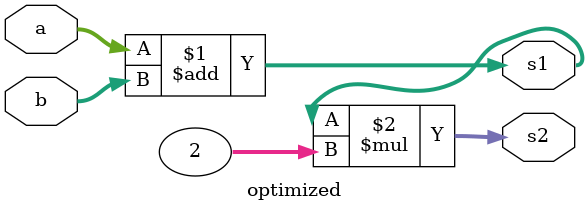
<source format=v>
module optimized
#(  parameter    BW = 512)
(
    input [BW-1:0] a,
    input [BW-1:0] b,
    output [BW-1:0] s1,
    output [BW-1:0] s2
);
    assign s1 = a + b ;
    assign s2 = s1 * 2;
endmodule

</source>
